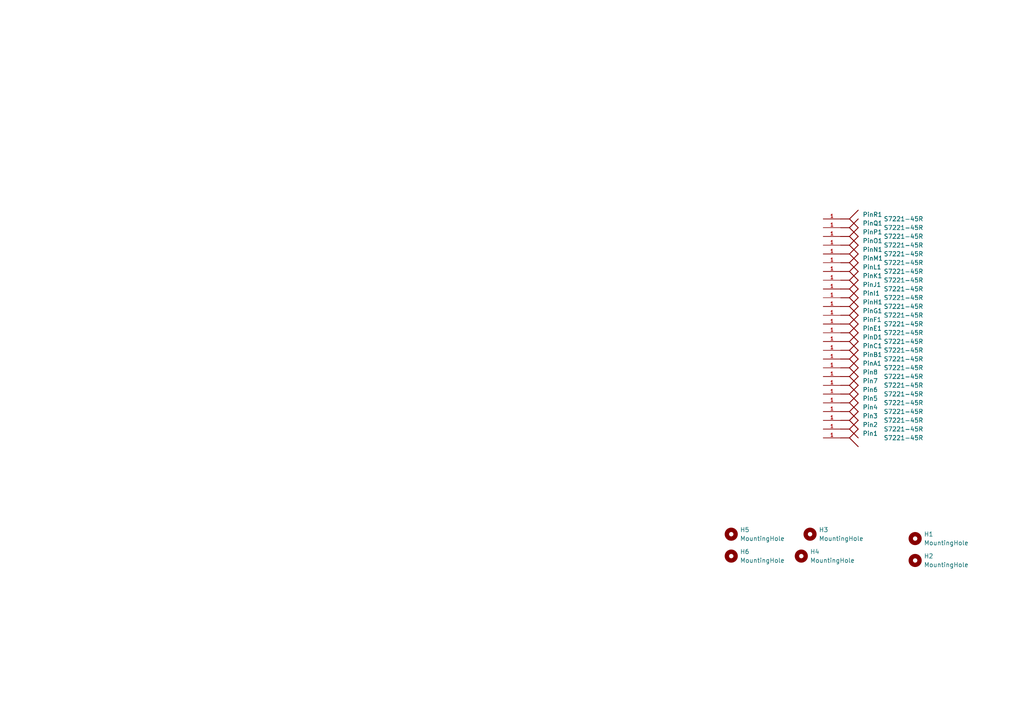
<source format=kicad_sch>
(kicad_sch
	(version 20231120)
	(generator "eeschema")
	(generator_version "8.0")
	(uuid "23daf3fb-00e1-4bd2-aa77-3b42450255f7")
	(paper "A4")
	(lib_symbols
		(symbol "Mechanical:MountingHole"
			(pin_names
				(offset 1.016)
			)
			(exclude_from_sim yes)
			(in_bom no)
			(on_board yes)
			(property "Reference" "H"
				(at 0 5.08 0)
				(effects
					(font
						(size 1.27 1.27)
					)
				)
			)
			(property "Value" "MountingHole"
				(at 0 3.175 0)
				(effects
					(font
						(size 1.27 1.27)
					)
				)
			)
			(property "Footprint" ""
				(at 0 0 0)
				(effects
					(font
						(size 1.27 1.27)
					)
					(hide yes)
				)
			)
			(property "Datasheet" "~"
				(at 0 0 0)
				(effects
					(font
						(size 1.27 1.27)
					)
					(hide yes)
				)
			)
			(property "Description" "Mounting Hole without connection"
				(at 0 0 0)
				(effects
					(font
						(size 1.27 1.27)
					)
					(hide yes)
				)
			)
			(property "ki_keywords" "mounting hole"
				(at 0 0 0)
				(effects
					(font
						(size 1.27 1.27)
					)
					(hide yes)
				)
			)
			(property "ki_fp_filters" "MountingHole*"
				(at 0 0 0)
				(effects
					(font
						(size 1.27 1.27)
					)
					(hide yes)
				)
			)
			(symbol "MountingHole_0_1"
				(circle
					(center 0 0)
					(radius 1.27)
					(stroke
						(width 1.27)
						(type default)
					)
					(fill
						(type none)
					)
				)
			)
		)
		(symbol "S7221-45R:S7221-45R"
			(pin_names
				(offset 1.016)
			)
			(exclude_from_sim no)
			(in_bom yes)
			(on_board yes)
			(property "Reference" "J"
				(at 0 2.5449 0)
				(effects
					(font
						(size 1.27 1.27)
					)
					(justify left bottom)
				)
			)
			(property "Value" "S7221-45R"
				(at 0 -5.107 0)
				(effects
					(font
						(size 1.27 1.27)
					)
					(justify left bottom)
				)
			)
			(property "Footprint" "S7221-45R:HARWIN_S7221-45R"
				(at 0 0 0)
				(effects
					(font
						(size 1.27 1.27)
					)
					(justify bottom)
					(hide yes)
				)
			)
			(property "Datasheet" ""
				(at 0 0 0)
				(effects
					(font
						(size 1.27 1.27)
					)
					(hide yes)
				)
			)
			(property "Description" ""
				(at 0 0 0)
				(effects
					(font
						(size 1.27 1.27)
					)
					(hide yes)
				)
			)
			(property "MF" "Harwin"
				(at 0 0 0)
				(effects
					(font
						(size 1.27 1.27)
					)
					(justify bottom)
					(hide yes)
				)
			)
			(property "Description_1" "RFI SHIELD FINGER AU 1.23MM SMD"
				(at 0 0 0)
				(effects
					(font
						(size 1.27 1.27)
					)
					(justify bottom)
					(hide yes)
				)
			)
			(property "Package" "None"
				(at 0 0 0)
				(effects
					(font
						(size 1.27 1.27)
					)
					(justify bottom)
					(hide yes)
				)
			)
			(property "Price" "0.22 USD"
				(at 0 0 0)
				(effects
					(font
						(size 1.27 1.27)
					)
					(justify bottom)
					(hide yes)
				)
			)
			(property "MP" "S7221-45R"
				(at 0 0 0)
				(effects
					(font
						(size 1.27 1.27)
					)
					(justify bottom)
					(hide yes)
				)
			)
			(property "Availability" "Good"
				(at 0 0 0)
				(effects
					(font
						(size 1.27 1.27)
					)
					(justify bottom)
					(hide yes)
				)
			)
			(symbol "S7221-45R_0_0"
				(polyline
					(pts
						(xy 0 0) (xy -2.54 -2.54)
					)
					(stroke
						(width 0.254)
						(type default)
					)
					(fill
						(type none)
					)
				)
				(polyline
					(pts
						(xy 0 0) (xy -2.54 2.54)
					)
					(stroke
						(width 0.254)
						(type default)
					)
					(fill
						(type none)
					)
				)
				(polyline
					(pts
						(xy 2.54 0) (xy 0 0)
					)
					(stroke
						(width 0.254)
						(type default)
					)
					(fill
						(type none)
					)
				)
				(pin passive line
					(at 7.62 0 180)
					(length 5.08)
					(name "~"
						(effects
							(font
								(size 1.016 1.016)
							)
						)
					)
					(number "1"
						(effects
							(font
								(size 1.016 1.016)
							)
						)
					)
				)
			)
		)
	)
	(symbol
		(lib_id "S7221-45R:S7221-45R")
		(at 246.38 96.52 180)
		(unit 1)
		(exclude_from_sim no)
		(in_bom yes)
		(on_board yes)
		(dnp no)
		(uuid "08cd4049-5d04-4e5a-847c-4cb8c5670149")
		(property "Reference" "PinE1"
			(at 250.19 95.2499 0)
			(effects
				(font
					(size 1.27 1.27)
				)
				(justify right)
			)
		)
		(property "Value" "S7221-45R"
			(at 256.286 96.52 0)
			(effects
				(font
					(size 1.27 1.27)
				)
				(justify right)
			)
		)
		(property "Footprint" "S7221_45R:HARWIN_S7221-45R"
			(at 246.38 96.52 0)
			(effects
				(font
					(size 1.27 1.27)
				)
				(justify bottom)
				(hide yes)
			)
		)
		(property "Datasheet" ""
			(at 246.38 96.52 0)
			(effects
				(font
					(size 1.27 1.27)
				)
				(hide yes)
			)
		)
		(property "Description" ""
			(at 246.38 96.52 0)
			(effects
				(font
					(size 1.27 1.27)
				)
				(hide yes)
			)
		)
		(property "MF" "Harwin"
			(at 246.38 96.52 0)
			(effects
				(font
					(size 1.27 1.27)
				)
				(justify bottom)
				(hide yes)
			)
		)
		(property "Description_1" "RFI SHIELD FINGER AU 1.23MM SMD"
			(at 246.38 96.52 0)
			(effects
				(font
					(size 1.27 1.27)
				)
				(justify bottom)
				(hide yes)
			)
		)
		(property "Package" "None"
			(at 246.38 96.52 0)
			(effects
				(font
					(size 1.27 1.27)
				)
				(justify bottom)
				(hide yes)
			)
		)
		(property "Price" "0.22 USD"
			(at 246.38 96.52 0)
			(effects
				(font
					(size 1.27 1.27)
				)
				(justify bottom)
				(hide yes)
			)
		)
		(property "MP" "S7221-45R"
			(at 246.38 96.52 0)
			(effects
				(font
					(size 1.27 1.27)
				)
				(justify bottom)
				(hide yes)
			)
		)
		(property "Availability" "Good"
			(at 246.38 96.52 0)
			(effects
				(font
					(size 1.27 1.27)
				)
				(justify bottom)
				(hide yes)
			)
		)
		(pin "1"
			(uuid "e90b91d1-70df-4c84-9b23-a61227fcf5ca")
		)
		(instances
			(project "MatchBox v0.3"
				(path "/23daf3fb-00e1-4bd2-aa77-3b42450255f7"
					(reference "PinE1")
					(unit 1)
				)
			)
		)
	)
	(symbol
		(lib_id "S7221-45R:S7221-45R")
		(at 246.38 81.28 180)
		(unit 1)
		(exclude_from_sim no)
		(in_bom yes)
		(on_board yes)
		(dnp no)
		(uuid "1b54acb5-cc71-419e-b72e-395a780c50e7")
		(property "Reference" "PinK1"
			(at 250.19 80.0099 0)
			(effects
				(font
					(size 1.27 1.27)
				)
				(justify right)
			)
		)
		(property "Value" "S7221-45R"
			(at 256.286 81.28 0)
			(effects
				(font
					(size 1.27 1.27)
				)
				(justify right)
			)
		)
		(property "Footprint" "S7221_45R:HARWIN_S7221-45R"
			(at 246.38 81.28 0)
			(effects
				(font
					(size 1.27 1.27)
				)
				(justify bottom)
				(hide yes)
			)
		)
		(property "Datasheet" ""
			(at 246.38 81.28 0)
			(effects
				(font
					(size 1.27 1.27)
				)
				(hide yes)
			)
		)
		(property "Description" ""
			(at 246.38 81.28 0)
			(effects
				(font
					(size 1.27 1.27)
				)
				(hide yes)
			)
		)
		(property "MF" "Harwin"
			(at 246.38 81.28 0)
			(effects
				(font
					(size 1.27 1.27)
				)
				(justify bottom)
				(hide yes)
			)
		)
		(property "Description_1" "RFI SHIELD FINGER AU 1.23MM SMD"
			(at 246.38 81.28 0)
			(effects
				(font
					(size 1.27 1.27)
				)
				(justify bottom)
				(hide yes)
			)
		)
		(property "Package" "None"
			(at 246.38 81.28 0)
			(effects
				(font
					(size 1.27 1.27)
				)
				(justify bottom)
				(hide yes)
			)
		)
		(property "Price" "0.22 USD"
			(at 246.38 81.28 0)
			(effects
				(font
					(size 1.27 1.27)
				)
				(justify bottom)
				(hide yes)
			)
		)
		(property "MP" "S7221-45R"
			(at 246.38 81.28 0)
			(effects
				(font
					(size 1.27 1.27)
				)
				(justify bottom)
				(hide yes)
			)
		)
		(property "Availability" "Good"
			(at 246.38 81.28 0)
			(effects
				(font
					(size 1.27 1.27)
				)
				(justify bottom)
				(hide yes)
			)
		)
		(pin "1"
			(uuid "dc80e8c8-1b2e-48ee-9257-f72758581233")
		)
		(instances
			(project "MatchBox v0.3"
				(path "/23daf3fb-00e1-4bd2-aa77-3b42450255f7"
					(reference "PinK1")
					(unit 1)
				)
			)
		)
	)
	(symbol
		(lib_id "S7221-45R:S7221-45R")
		(at 246.38 63.5 180)
		(unit 1)
		(exclude_from_sim no)
		(in_bom yes)
		(on_board yes)
		(dnp no)
		(uuid "206c0622-1be0-4737-afce-a41099a3cae0")
		(property "Reference" "PinR1"
			(at 250.19 62.2299 0)
			(effects
				(font
					(size 1.27 1.27)
				)
				(justify right)
			)
		)
		(property "Value" "S7221-45R"
			(at 256.286 63.5 0)
			(effects
				(font
					(size 1.27 1.27)
				)
				(justify right)
			)
		)
		(property "Footprint" "S7221_45R:HARWIN_S7221-45R"
			(at 246.38 63.5 0)
			(effects
				(font
					(size 1.27 1.27)
				)
				(justify bottom)
				(hide yes)
			)
		)
		(property "Datasheet" ""
			(at 246.38 63.5 0)
			(effects
				(font
					(size 1.27 1.27)
				)
				(hide yes)
			)
		)
		(property "Description" ""
			(at 246.38 63.5 0)
			(effects
				(font
					(size 1.27 1.27)
				)
				(hide yes)
			)
		)
		(property "MF" "Harwin"
			(at 246.38 63.5 0)
			(effects
				(font
					(size 1.27 1.27)
				)
				(justify bottom)
				(hide yes)
			)
		)
		(property "Description_1" "RFI SHIELD FINGER AU 1.23MM SMD"
			(at 246.38 63.5 0)
			(effects
				(font
					(size 1.27 1.27)
				)
				(justify bottom)
				(hide yes)
			)
		)
		(property "Package" "None"
			(at 246.38 63.5 0)
			(effects
				(font
					(size 1.27 1.27)
				)
				(justify bottom)
				(hide yes)
			)
		)
		(property "Price" "0.22 USD"
			(at 246.38 63.5 0)
			(effects
				(font
					(size 1.27 1.27)
				)
				(justify bottom)
				(hide yes)
			)
		)
		(property "MP" "S7221-45R"
			(at 246.38 63.5 0)
			(effects
				(font
					(size 1.27 1.27)
				)
				(justify bottom)
				(hide yes)
			)
		)
		(property "Availability" "Good"
			(at 246.38 63.5 0)
			(effects
				(font
					(size 1.27 1.27)
				)
				(justify bottom)
				(hide yes)
			)
		)
		(pin "1"
			(uuid "4efb497a-44ab-48d3-b9eb-ef38622ffa2e")
		)
		(instances
			(project "MatchBox v0.3"
				(path "/23daf3fb-00e1-4bd2-aa77-3b42450255f7"
					(reference "PinR1")
					(unit 1)
				)
			)
		)
	)
	(symbol
		(lib_id "S7221-45R:S7221-45R")
		(at 246.38 88.9 180)
		(unit 1)
		(exclude_from_sim no)
		(in_bom yes)
		(on_board yes)
		(dnp no)
		(uuid "3600304e-dfce-4583-bbe6-68e680002629")
		(property "Reference" "PinH1"
			(at 250.19 87.6299 0)
			(effects
				(font
					(size 1.27 1.27)
				)
				(justify right)
			)
		)
		(property "Value" "S7221-45R"
			(at 256.286 88.9 0)
			(effects
				(font
					(size 1.27 1.27)
				)
				(justify right)
			)
		)
		(property "Footprint" "S7221_45R:HARWIN_S7221-45R"
			(at 246.38 88.9 0)
			(effects
				(font
					(size 1.27 1.27)
				)
				(justify bottom)
				(hide yes)
			)
		)
		(property "Datasheet" ""
			(at 246.38 88.9 0)
			(effects
				(font
					(size 1.27 1.27)
				)
				(hide yes)
			)
		)
		(property "Description" ""
			(at 246.38 88.9 0)
			(effects
				(font
					(size 1.27 1.27)
				)
				(hide yes)
			)
		)
		(property "MF" "Harwin"
			(at 246.38 88.9 0)
			(effects
				(font
					(size 1.27 1.27)
				)
				(justify bottom)
				(hide yes)
			)
		)
		(property "Description_1" "RFI SHIELD FINGER AU 1.23MM SMD"
			(at 246.38 88.9 0)
			(effects
				(font
					(size 1.27 1.27)
				)
				(justify bottom)
				(hide yes)
			)
		)
		(property "Package" "None"
			(at 246.38 88.9 0)
			(effects
				(font
					(size 1.27 1.27)
				)
				(justify bottom)
				(hide yes)
			)
		)
		(property "Price" "0.22 USD"
			(at 246.38 88.9 0)
			(effects
				(font
					(size 1.27 1.27)
				)
				(justify bottom)
				(hide yes)
			)
		)
		(property "MP" "S7221-45R"
			(at 246.38 88.9 0)
			(effects
				(font
					(size 1.27 1.27)
				)
				(justify bottom)
				(hide yes)
			)
		)
		(property "Availability" "Good"
			(at 246.38 88.9 0)
			(effects
				(font
					(size 1.27 1.27)
				)
				(justify bottom)
				(hide yes)
			)
		)
		(pin "1"
			(uuid "2899ad21-cc00-4556-b981-f09c2eb1a567")
		)
		(instances
			(project "MatchBox v0.3"
				(path "/23daf3fb-00e1-4bd2-aa77-3b42450255f7"
					(reference "PinH1")
					(unit 1)
				)
			)
		)
	)
	(symbol
		(lib_id "S7221-45R:S7221-45R")
		(at 246.38 109.22 180)
		(unit 1)
		(exclude_from_sim no)
		(in_bom yes)
		(on_board yes)
		(dnp no)
		(uuid "44d277ef-d530-4ee2-ad3a-f5b38741d12d")
		(property "Reference" "Pin8"
			(at 250.19 107.9499 0)
			(effects
				(font
					(size 1.27 1.27)
				)
				(justify right)
			)
		)
		(property "Value" "S7221-45R"
			(at 256.286 109.22 0)
			(effects
				(font
					(size 1.27 1.27)
				)
				(justify right)
			)
		)
		(property "Footprint" "S7221_45R:HARWIN_S7221-45R"
			(at 246.38 109.22 0)
			(effects
				(font
					(size 1.27 1.27)
				)
				(justify bottom)
				(hide yes)
			)
		)
		(property "Datasheet" ""
			(at 246.38 109.22 0)
			(effects
				(font
					(size 1.27 1.27)
				)
				(hide yes)
			)
		)
		(property "Description" ""
			(at 246.38 109.22 0)
			(effects
				(font
					(size 1.27 1.27)
				)
				(hide yes)
			)
		)
		(property "MF" "Harwin"
			(at 246.38 109.22 0)
			(effects
				(font
					(size 1.27 1.27)
				)
				(justify bottom)
				(hide yes)
			)
		)
		(property "Description_1" "RFI SHIELD FINGER AU 1.23MM SMD"
			(at 246.38 109.22 0)
			(effects
				(font
					(size 1.27 1.27)
				)
				(justify bottom)
				(hide yes)
			)
		)
		(property "Package" "None"
			(at 246.38 109.22 0)
			(effects
				(font
					(size 1.27 1.27)
				)
				(justify bottom)
				(hide yes)
			)
		)
		(property "Price" "0.22 USD"
			(at 246.38 109.22 0)
			(effects
				(font
					(size 1.27 1.27)
				)
				(justify bottom)
				(hide yes)
			)
		)
		(property "MP" "S7221-45R"
			(at 246.38 109.22 0)
			(effects
				(font
					(size 1.27 1.27)
				)
				(justify bottom)
				(hide yes)
			)
		)
		(property "Availability" "Good"
			(at 246.38 109.22 0)
			(effects
				(font
					(size 1.27 1.27)
				)
				(justify bottom)
				(hide yes)
			)
		)
		(pin "1"
			(uuid "cdb07b07-9a7e-4619-b7e0-bab0285e5bc6")
		)
		(instances
			(project "MatchBox v0.3"
				(path "/23daf3fb-00e1-4bd2-aa77-3b42450255f7"
					(reference "Pin8")
					(unit 1)
				)
			)
		)
	)
	(symbol
		(lib_id "S7221-45R:S7221-45R")
		(at 246.38 111.76 180)
		(unit 1)
		(exclude_from_sim no)
		(in_bom yes)
		(on_board yes)
		(dnp no)
		(uuid "4e16d3f8-28ec-4874-992e-f70d83c23c65")
		(property "Reference" "Pin7"
			(at 250.19 110.4899 0)
			(effects
				(font
					(size 1.27 1.27)
				)
				(justify right)
			)
		)
		(property "Value" "S7221-45R"
			(at 256.286 111.76 0)
			(effects
				(font
					(size 1.27 1.27)
				)
				(justify right)
			)
		)
		(property "Footprint" "S7221_45R:HARWIN_S7221-45R"
			(at 246.38 111.76 0)
			(effects
				(font
					(size 1.27 1.27)
				)
				(justify bottom)
				(hide yes)
			)
		)
		(property "Datasheet" ""
			(at 246.38 111.76 0)
			(effects
				(font
					(size 1.27 1.27)
				)
				(hide yes)
			)
		)
		(property "Description" ""
			(at 246.38 111.76 0)
			(effects
				(font
					(size 1.27 1.27)
				)
				(hide yes)
			)
		)
		(property "MF" "Harwin"
			(at 246.38 111.76 0)
			(effects
				(font
					(size 1.27 1.27)
				)
				(justify bottom)
				(hide yes)
			)
		)
		(property "Description_1" "RFI SHIELD FINGER AU 1.23MM SMD"
			(at 246.38 111.76 0)
			(effects
				(font
					(size 1.27 1.27)
				)
				(justify bottom)
				(hide yes)
			)
		)
		(property "Package" "None"
			(at 246.38 111.76 0)
			(effects
				(font
					(size 1.27 1.27)
				)
				(justify bottom)
				(hide yes)
			)
		)
		(property "Price" "0.22 USD"
			(at 246.38 111.76 0)
			(effects
				(font
					(size 1.27 1.27)
				)
				(justify bottom)
				(hide yes)
			)
		)
		(property "MP" "S7221-45R"
			(at 246.38 111.76 0)
			(effects
				(font
					(size 1.27 1.27)
				)
				(justify bottom)
				(hide yes)
			)
		)
		(property "Availability" "Good"
			(at 246.38 111.76 0)
			(effects
				(font
					(size 1.27 1.27)
				)
				(justify bottom)
				(hide yes)
			)
		)
		(pin "1"
			(uuid "e70e80d4-e475-4ad8-8534-aae3b64c7922")
		)
		(instances
			(project "MatchBox v0.3"
				(path "/23daf3fb-00e1-4bd2-aa77-3b42450255f7"
					(reference "Pin7")
					(unit 1)
				)
			)
		)
	)
	(symbol
		(lib_id "S7221-45R:S7221-45R")
		(at 246.38 93.98 180)
		(unit 1)
		(exclude_from_sim no)
		(in_bom yes)
		(on_board yes)
		(dnp no)
		(uuid "5b684323-4e0e-43bc-9413-fabb97d29ebf")
		(property "Reference" "PinF1"
			(at 250.19 92.7099 0)
			(effects
				(font
					(size 1.27 1.27)
				)
				(justify right)
			)
		)
		(property "Value" "S7221-45R"
			(at 256.286 93.98 0)
			(effects
				(font
					(size 1.27 1.27)
				)
				(justify right)
			)
		)
		(property "Footprint" "S7221_45R:HARWIN_S7221-45R"
			(at 246.38 93.98 0)
			(effects
				(font
					(size 1.27 1.27)
				)
				(justify bottom)
				(hide yes)
			)
		)
		(property "Datasheet" ""
			(at 246.38 93.98 0)
			(effects
				(font
					(size 1.27 1.27)
				)
				(hide yes)
			)
		)
		(property "Description" ""
			(at 246.38 93.98 0)
			(effects
				(font
					(size 1.27 1.27)
				)
				(hide yes)
			)
		)
		(property "MF" "Harwin"
			(at 246.38 93.98 0)
			(effects
				(font
					(size 1.27 1.27)
				)
				(justify bottom)
				(hide yes)
			)
		)
		(property "Description_1" "RFI SHIELD FINGER AU 1.23MM SMD"
			(at 246.38 93.98 0)
			(effects
				(font
					(size 1.27 1.27)
				)
				(justify bottom)
				(hide yes)
			)
		)
		(property "Package" "None"
			(at 246.38 93.98 0)
			(effects
				(font
					(size 1.27 1.27)
				)
				(justify bottom)
				(hide yes)
			)
		)
		(property "Price" "0.22 USD"
			(at 246.38 93.98 0)
			(effects
				(font
					(size 1.27 1.27)
				)
				(justify bottom)
				(hide yes)
			)
		)
		(property "MP" "S7221-45R"
			(at 246.38 93.98 0)
			(effects
				(font
					(size 1.27 1.27)
				)
				(justify bottom)
				(hide yes)
			)
		)
		(property "Availability" "Good"
			(at 246.38 93.98 0)
			(effects
				(font
					(size 1.27 1.27)
				)
				(justify bottom)
				(hide yes)
			)
		)
		(pin "1"
			(uuid "8f75c676-91c2-44ba-9910-13ead079a928")
		)
		(instances
			(project "MatchBox v0.3"
				(path "/23daf3fb-00e1-4bd2-aa77-3b42450255f7"
					(reference "PinF1")
					(unit 1)
				)
			)
		)
	)
	(symbol
		(lib_id "S7221-45R:S7221-45R")
		(at 246.38 116.84 180)
		(unit 1)
		(exclude_from_sim no)
		(in_bom yes)
		(on_board yes)
		(dnp no)
		(uuid "672a5d12-ba7e-45a7-ba10-cc634dbadda2")
		(property "Reference" "Pin5"
			(at 250.19 115.5699 0)
			(effects
				(font
					(size 1.27 1.27)
				)
				(justify right)
			)
		)
		(property "Value" "S7221-45R"
			(at 256.286 116.84 0)
			(effects
				(font
					(size 1.27 1.27)
				)
				(justify right)
			)
		)
		(property "Footprint" "S7221_45R:HARWIN_S7221-45R"
			(at 246.38 116.84 0)
			(effects
				(font
					(size 1.27 1.27)
				)
				(justify bottom)
				(hide yes)
			)
		)
		(property "Datasheet" ""
			(at 246.38 116.84 0)
			(effects
				(font
					(size 1.27 1.27)
				)
				(hide yes)
			)
		)
		(property "Description" ""
			(at 246.38 116.84 0)
			(effects
				(font
					(size 1.27 1.27)
				)
				(hide yes)
			)
		)
		(property "MF" "Harwin"
			(at 246.38 116.84 0)
			(effects
				(font
					(size 1.27 1.27)
				)
				(justify bottom)
				(hide yes)
			)
		)
		(property "Description_1" "RFI SHIELD FINGER AU 1.23MM SMD"
			(at 246.38 116.84 0)
			(effects
				(font
					(size 1.27 1.27)
				)
				(justify bottom)
				(hide yes)
			)
		)
		(property "Package" "None"
			(at 246.38 116.84 0)
			(effects
				(font
					(size 1.27 1.27)
				)
				(justify bottom)
				(hide yes)
			)
		)
		(property "Price" "0.22 USD"
			(at 246.38 116.84 0)
			(effects
				(font
					(size 1.27 1.27)
				)
				(justify bottom)
				(hide yes)
			)
		)
		(property "MP" "S7221-45R"
			(at 246.38 116.84 0)
			(effects
				(font
					(size 1.27 1.27)
				)
				(justify bottom)
				(hide yes)
			)
		)
		(property "Availability" "Good"
			(at 246.38 116.84 0)
			(effects
				(font
					(size 1.27 1.27)
				)
				(justify bottom)
				(hide yes)
			)
		)
		(pin "1"
			(uuid "74503e25-514e-481c-8b81-ca383f8df583")
		)
		(instances
			(project "MatchBox v0.3"
				(path "/23daf3fb-00e1-4bd2-aa77-3b42450255f7"
					(reference "Pin5")
					(unit 1)
				)
			)
		)
	)
	(symbol
		(lib_id "S7221-45R:S7221-45R")
		(at 246.38 73.66 180)
		(unit 1)
		(exclude_from_sim no)
		(in_bom yes)
		(on_board yes)
		(dnp no)
		(uuid "7633ce0a-6863-4499-8497-ff476f761f46")
		(property "Reference" "PinN1"
			(at 250.19 72.3899 0)
			(effects
				(font
					(size 1.27 1.27)
				)
				(justify right)
			)
		)
		(property "Value" "S7221-45R"
			(at 256.286 73.66 0)
			(effects
				(font
					(size 1.27 1.27)
				)
				(justify right)
			)
		)
		(property "Footprint" "S7221_45R:HARWIN_S7221-45R"
			(at 246.38 73.66 0)
			(effects
				(font
					(size 1.27 1.27)
				)
				(justify bottom)
				(hide yes)
			)
		)
		(property "Datasheet" ""
			(at 246.38 73.66 0)
			(effects
				(font
					(size 1.27 1.27)
				)
				(hide yes)
			)
		)
		(property "Description" ""
			(at 246.38 73.66 0)
			(effects
				(font
					(size 1.27 1.27)
				)
				(hide yes)
			)
		)
		(property "MF" "Harwin"
			(at 246.38 73.66 0)
			(effects
				(font
					(size 1.27 1.27)
				)
				(justify bottom)
				(hide yes)
			)
		)
		(property "Description_1" "RFI SHIELD FINGER AU 1.23MM SMD"
			(at 246.38 73.66 0)
			(effects
				(font
					(size 1.27 1.27)
				)
				(justify bottom)
				(hide yes)
			)
		)
		(property "Package" "None"
			(at 246.38 73.66 0)
			(effects
				(font
					(size 1.27 1.27)
				)
				(justify bottom)
				(hide yes)
			)
		)
		(property "Price" "0.22 USD"
			(at 246.38 73.66 0)
			(effects
				(font
					(size 1.27 1.27)
				)
				(justify bottom)
				(hide yes)
			)
		)
		(property "MP" "S7221-45R"
			(at 246.38 73.66 0)
			(effects
				(font
					(size 1.27 1.27)
				)
				(justify bottom)
				(hide yes)
			)
		)
		(property "Availability" "Good"
			(at 246.38 73.66 0)
			(effects
				(font
					(size 1.27 1.27)
				)
				(justify bottom)
				(hide yes)
			)
		)
		(pin "1"
			(uuid "fbade595-3fed-42ed-9cf3-098138869662")
		)
		(instances
			(project "MatchBox v0.3"
				(path "/23daf3fb-00e1-4bd2-aa77-3b42450255f7"
					(reference "PinN1")
					(unit 1)
				)
			)
		)
	)
	(symbol
		(lib_id "S7221-45R:S7221-45R")
		(at 246.38 121.92 180)
		(unit 1)
		(exclude_from_sim no)
		(in_bom yes)
		(on_board yes)
		(dnp no)
		(uuid "7a4fc4a8-bf29-4f1d-b230-2cb4686380c7")
		(property "Reference" "Pin3"
			(at 250.19 120.6499 0)
			(effects
				(font
					(size 1.27 1.27)
				)
				(justify right)
			)
		)
		(property "Value" "S7221-45R"
			(at 256.286 121.92 0)
			(effects
				(font
					(size 1.27 1.27)
				)
				(justify right)
			)
		)
		(property "Footprint" "S7221_45R:HARWIN_S7221-45R"
			(at 246.38 121.92 0)
			(effects
				(font
					(size 1.27 1.27)
				)
				(justify bottom)
				(hide yes)
			)
		)
		(property "Datasheet" ""
			(at 246.38 121.92 0)
			(effects
				(font
					(size 1.27 1.27)
				)
				(hide yes)
			)
		)
		(property "Description" ""
			(at 246.38 121.92 0)
			(effects
				(font
					(size 1.27 1.27)
				)
				(hide yes)
			)
		)
		(property "MF" "Harwin"
			(at 246.38 121.92 0)
			(effects
				(font
					(size 1.27 1.27)
				)
				(justify bottom)
				(hide yes)
			)
		)
		(property "Description_1" "RFI SHIELD FINGER AU 1.23MM SMD"
			(at 246.38 121.92 0)
			(effects
				(font
					(size 1.27 1.27)
				)
				(justify bottom)
				(hide yes)
			)
		)
		(property "Package" "None"
			(at 246.38 121.92 0)
			(effects
				(font
					(size 1.27 1.27)
				)
				(justify bottom)
				(hide yes)
			)
		)
		(property "Price" "0.22 USD"
			(at 246.38 121.92 0)
			(effects
				(font
					(size 1.27 1.27)
				)
				(justify bottom)
				(hide yes)
			)
		)
		(property "MP" "S7221-45R"
			(at 246.38 121.92 0)
			(effects
				(font
					(size 1.27 1.27)
				)
				(justify bottom)
				(hide yes)
			)
		)
		(property "Availability" "Good"
			(at 246.38 121.92 0)
			(effects
				(font
					(size 1.27 1.27)
				)
				(justify bottom)
				(hide yes)
			)
		)
		(pin "1"
			(uuid "db0f45a3-abe5-4833-ad67-8d2669ea2e92")
		)
		(instances
			(project "MatchBox v0.3"
				(path "/23daf3fb-00e1-4bd2-aa77-3b42450255f7"
					(reference "Pin3")
					(unit 1)
				)
			)
		)
	)
	(symbol
		(lib_id "Mechanical:MountingHole")
		(at 265.43 156.21 0)
		(unit 1)
		(exclude_from_sim yes)
		(in_bom no)
		(on_board yes)
		(dnp no)
		(fields_autoplaced yes)
		(uuid "7e288b6f-0842-4282-bf48-9cb22fdffd72")
		(property "Reference" "H1"
			(at 267.97 154.9399 0)
			(effects
				(font
					(size 1.27 1.27)
				)
				(justify left)
			)
		)
		(property "Value" "MountingHole"
			(at 267.97 157.4799 0)
			(effects
				(font
					(size 1.27 1.27)
				)
				(justify left)
			)
		)
		(property "Footprint" "MountingHole:MountingHole_3.7mm"
			(at 265.43 156.21 0)
			(effects
				(font
					(size 1.27 1.27)
				)
				(hide yes)
			)
		)
		(property "Datasheet" "~"
			(at 265.43 156.21 0)
			(effects
				(font
					(size 1.27 1.27)
				)
				(hide yes)
			)
		)
		(property "Description" "Mounting Hole without connection"
			(at 265.43 156.21 0)
			(effects
				(font
					(size 1.27 1.27)
				)
				(hide yes)
			)
		)
		(instances
			(project "MatchBox v0.3"
				(path "/23daf3fb-00e1-4bd2-aa77-3b42450255f7"
					(reference "H1")
					(unit 1)
				)
			)
		)
	)
	(symbol
		(lib_id "S7221-45R:S7221-45R")
		(at 246.38 101.6 180)
		(unit 1)
		(exclude_from_sim no)
		(in_bom yes)
		(on_board yes)
		(dnp no)
		(uuid "82e65f29-e777-46c1-84ba-ccdbf44157dc")
		(property "Reference" "PinC1"
			(at 250.19 100.3299 0)
			(effects
				(font
					(size 1.27 1.27)
				)
				(justify right)
			)
		)
		(property "Value" "S7221-45R"
			(at 256.286 101.6 0)
			(effects
				(font
					(size 1.27 1.27)
				)
				(justify right)
			)
		)
		(property "Footprint" "S7221_45R:HARWIN_S7221-45R"
			(at 246.38 101.6 0)
			(effects
				(font
					(size 1.27 1.27)
				)
				(justify bottom)
				(hide yes)
			)
		)
		(property "Datasheet" ""
			(at 246.38 101.6 0)
			(effects
				(font
					(size 1.27 1.27)
				)
				(hide yes)
			)
		)
		(property "Description" ""
			(at 246.38 101.6 0)
			(effects
				(font
					(size 1.27 1.27)
				)
				(hide yes)
			)
		)
		(property "MF" "Harwin"
			(at 246.38 101.6 0)
			(effects
				(font
					(size 1.27 1.27)
				)
				(justify bottom)
				(hide yes)
			)
		)
		(property "Description_1" "RFI SHIELD FINGER AU 1.23MM SMD"
			(at 246.38 101.6 0)
			(effects
				(font
					(size 1.27 1.27)
				)
				(justify bottom)
				(hide yes)
			)
		)
		(property "Package" "None"
			(at 246.38 101.6 0)
			(effects
				(font
					(size 1.27 1.27)
				)
				(justify bottom)
				(hide yes)
			)
		)
		(property "Price" "0.22 USD"
			(at 246.38 101.6 0)
			(effects
				(font
					(size 1.27 1.27)
				)
				(justify bottom)
				(hide yes)
			)
		)
		(property "MP" "S7221-45R"
			(at 246.38 101.6 0)
			(effects
				(font
					(size 1.27 1.27)
				)
				(justify bottom)
				(hide yes)
			)
		)
		(property "Availability" "Good"
			(at 246.38 101.6 0)
			(effects
				(font
					(size 1.27 1.27)
				)
				(justify bottom)
				(hide yes)
			)
		)
		(pin "1"
			(uuid "139e7d5d-2331-4869-970c-a48c665704d6")
		)
		(instances
			(project "MatchBox v0.3"
				(path "/23daf3fb-00e1-4bd2-aa77-3b42450255f7"
					(reference "PinC1")
					(unit 1)
				)
			)
		)
	)
	(symbol
		(lib_id "S7221-45R:S7221-45R")
		(at 246.38 78.74 180)
		(unit 1)
		(exclude_from_sim no)
		(in_bom yes)
		(on_board yes)
		(dnp no)
		(uuid "a0d7a72b-d9cc-4566-82d2-010265baa6c5")
		(property "Reference" "PinL1"
			(at 250.19 77.4699 0)
			(effects
				(font
					(size 1.27 1.27)
				)
				(justify right)
			)
		)
		(property "Value" "S7221-45R"
			(at 256.286 78.74 0)
			(effects
				(font
					(size 1.27 1.27)
				)
				(justify right)
			)
		)
		(property "Footprint" "S7221_45R:HARWIN_S7221-45R"
			(at 246.38 78.74 0)
			(effects
				(font
					(size 1.27 1.27)
				)
				(justify bottom)
				(hide yes)
			)
		)
		(property "Datasheet" ""
			(at 246.38 78.74 0)
			(effects
				(font
					(size 1.27 1.27)
				)
				(hide yes)
			)
		)
		(property "Description" ""
			(at 246.38 78.74 0)
			(effects
				(font
					(size 1.27 1.27)
				)
				(hide yes)
			)
		)
		(property "MF" "Harwin"
			(at 246.38 78.74 0)
			(effects
				(font
					(size 1.27 1.27)
				)
				(justify bottom)
				(hide yes)
			)
		)
		(property "Description_1" "RFI SHIELD FINGER AU 1.23MM SMD"
			(at 246.38 78.74 0)
			(effects
				(font
					(size 1.27 1.27)
				)
				(justify bottom)
				(hide yes)
			)
		)
		(property "Package" "None"
			(at 246.38 78.74 0)
			(effects
				(font
					(size 1.27 1.27)
				)
				(justify bottom)
				(hide yes)
			)
		)
		(property "Price" "0.22 USD"
			(at 246.38 78.74 0)
			(effects
				(font
					(size 1.27 1.27)
				)
				(justify bottom)
				(hide yes)
			)
		)
		(property "MP" "S7221-45R"
			(at 246.38 78.74 0)
			(effects
				(font
					(size 1.27 1.27)
				)
				(justify bottom)
				(hide yes)
			)
		)
		(property "Availability" "Good"
			(at 246.38 78.74 0)
			(effects
				(font
					(size 1.27 1.27)
				)
				(justify bottom)
				(hide yes)
			)
		)
		(pin "1"
			(uuid "8b616418-2e1b-42f2-8673-d76a6382eee6")
		)
		(instances
			(project "MatchBox v0.3"
				(path "/23daf3fb-00e1-4bd2-aa77-3b42450255f7"
					(reference "PinL1")
					(unit 1)
				)
			)
		)
	)
	(symbol
		(lib_id "S7221-45R:S7221-45R")
		(at 246.38 104.14 180)
		(unit 1)
		(exclude_from_sim no)
		(in_bom yes)
		(on_board yes)
		(dnp no)
		(uuid "a5d17921-23bd-4a89-a8db-077ee5acf1a7")
		(property "Reference" "PinB1"
			(at 250.19 102.8699 0)
			(effects
				(font
					(size 1.27 1.27)
				)
				(justify right)
			)
		)
		(property "Value" "S7221-45R"
			(at 256.286 104.14 0)
			(effects
				(font
					(size 1.27 1.27)
				)
				(justify right)
			)
		)
		(property "Footprint" "S7221_45R:HARWIN_S7221-45R"
			(at 246.38 104.14 0)
			(effects
				(font
					(size 1.27 1.27)
				)
				(justify bottom)
				(hide yes)
			)
		)
		(property "Datasheet" ""
			(at 246.38 104.14 0)
			(effects
				(font
					(size 1.27 1.27)
				)
				(hide yes)
			)
		)
		(property "Description" ""
			(at 246.38 104.14 0)
			(effects
				(font
					(size 1.27 1.27)
				)
				(hide yes)
			)
		)
		(property "MF" "Harwin"
			(at 246.38 104.14 0)
			(effects
				(font
					(size 1.27 1.27)
				)
				(justify bottom)
				(hide yes)
			)
		)
		(property "Description_1" "RFI SHIELD FINGER AU 1.23MM SMD"
			(at 246.38 104.14 0)
			(effects
				(font
					(size 1.27 1.27)
				)
				(justify bottom)
				(hide yes)
			)
		)
		(property "Package" "None"
			(at 246.38 104.14 0)
			(effects
				(font
					(size 1.27 1.27)
				)
				(justify bottom)
				(hide yes)
			)
		)
		(property "Price" "0.22 USD"
			(at 246.38 104.14 0)
			(effects
				(font
					(size 1.27 1.27)
				)
				(justify bottom)
				(hide yes)
			)
		)
		(property "MP" "S7221-45R"
			(at 246.38 104.14 0)
			(effects
				(font
					(size 1.27 1.27)
				)
				(justify bottom)
				(hide yes)
			)
		)
		(property "Availability" "Good"
			(at 246.38 104.14 0)
			(effects
				(font
					(size 1.27 1.27)
				)
				(justify bottom)
				(hide yes)
			)
		)
		(pin "1"
			(uuid "d66fc9dd-09cb-4256-a268-cff670bdc38a")
		)
		(instances
			(project "MatchBox v0.3"
				(path "/23daf3fb-00e1-4bd2-aa77-3b42450255f7"
					(reference "PinB1")
					(unit 1)
				)
			)
		)
	)
	(symbol
		(lib_id "Mechanical:MountingHole")
		(at 212.09 154.94 0)
		(unit 1)
		(exclude_from_sim yes)
		(in_bom no)
		(on_board yes)
		(dnp no)
		(fields_autoplaced yes)
		(uuid "a7e31194-b567-4a0b-8df3-bc62f1e5530f")
		(property "Reference" "H5"
			(at 214.63 153.6699 0)
			(effects
				(font
					(size 1.27 1.27)
				)
				(justify left)
			)
		)
		(property "Value" "MountingHole"
			(at 214.63 156.2099 0)
			(effects
				(font
					(size 1.27 1.27)
				)
				(justify left)
			)
		)
		(property "Footprint" "MountingHole:MountingHole_3.2mm_M3"
			(at 212.09 154.94 0)
			(effects
				(font
					(size 1.27 1.27)
				)
				(hide yes)
			)
		)
		(property "Datasheet" "~"
			(at 212.09 154.94 0)
			(effects
				(font
					(size 1.27 1.27)
				)
				(hide yes)
			)
		)
		(property "Description" "Mounting Hole without connection"
			(at 212.09 154.94 0)
			(effects
				(font
					(size 1.27 1.27)
				)
				(hide yes)
			)
		)
		(instances
			(project "MatchBox v0.3"
				(path "/23daf3fb-00e1-4bd2-aa77-3b42450255f7"
					(reference "H5")
					(unit 1)
				)
			)
		)
	)
	(symbol
		(lib_id "S7221-45R:S7221-45R")
		(at 246.38 106.68 180)
		(unit 1)
		(exclude_from_sim no)
		(in_bom yes)
		(on_board yes)
		(dnp no)
		(uuid "a92439f4-4537-4a67-bf15-fcdf046a8e95")
		(property "Reference" "PinA1"
			(at 250.19 105.4099 0)
			(effects
				(font
					(size 1.27 1.27)
				)
				(justify right)
			)
		)
		(property "Value" "S7221-45R"
			(at 256.286 106.68 0)
			(effects
				(font
					(size 1.27 1.27)
				)
				(justify right)
			)
		)
		(property "Footprint" "S7221_45R:HARWIN_S7221-45R"
			(at 246.38 106.68 0)
			(effects
				(font
					(size 1.27 1.27)
				)
				(justify bottom)
				(hide yes)
			)
		)
		(property "Datasheet" ""
			(at 246.38 106.68 0)
			(effects
				(font
					(size 1.27 1.27)
				)
				(hide yes)
			)
		)
		(property "Description" ""
			(at 246.38 106.68 0)
			(effects
				(font
					(size 1.27 1.27)
				)
				(hide yes)
			)
		)
		(property "MF" "Harwin"
			(at 246.38 106.68 0)
			(effects
				(font
					(size 1.27 1.27)
				)
				(justify bottom)
				(hide yes)
			)
		)
		(property "Description_1" "RFI SHIELD FINGER AU 1.23MM SMD"
			(at 246.38 106.68 0)
			(effects
				(font
					(size 1.27 1.27)
				)
				(justify bottom)
				(hide yes)
			)
		)
		(property "Package" "None"
			(at 246.38 106.68 0)
			(effects
				(font
					(size 1.27 1.27)
				)
				(justify bottom)
				(hide yes)
			)
		)
		(property "Price" "0.22 USD"
			(at 246.38 106.68 0)
			(effects
				(font
					(size 1.27 1.27)
				)
				(justify bottom)
				(hide yes)
			)
		)
		(property "MP" "S7221-45R"
			(at 246.38 106.68 0)
			(effects
				(font
					(size 1.27 1.27)
				)
				(justify bottom)
				(hide yes)
			)
		)
		(property "Availability" "Good"
			(at 246.38 106.68 0)
			(effects
				(font
					(size 1.27 1.27)
				)
				(justify bottom)
				(hide yes)
			)
		)
		(pin "1"
			(uuid "320ba940-7510-4061-9f69-55b09f868295")
		)
		(instances
			(project "MatchBox v0.3"
				(path "/23daf3fb-00e1-4bd2-aa77-3b42450255f7"
					(reference "PinA1")
					(unit 1)
				)
			)
		)
	)
	(symbol
		(lib_id "Mechanical:MountingHole")
		(at 232.41 161.29 0)
		(unit 1)
		(exclude_from_sim yes)
		(in_bom no)
		(on_board yes)
		(dnp no)
		(fields_autoplaced yes)
		(uuid "aa74a9e5-2a72-4a4b-a6d3-974b29edb23d")
		(property "Reference" "H4"
			(at 234.95 160.0199 0)
			(effects
				(font
					(size 1.27 1.27)
				)
				(justify left)
			)
		)
		(property "Value" "MountingHole"
			(at 234.95 162.5599 0)
			(effects
				(font
					(size 1.27 1.27)
				)
				(justify left)
			)
		)
		(property "Footprint" "MountingHole:MountingHole_3.2mm_M3"
			(at 232.41 161.29 0)
			(effects
				(font
					(size 1.27 1.27)
				)
				(hide yes)
			)
		)
		(property "Datasheet" "~"
			(at 232.41 161.29 0)
			(effects
				(font
					(size 1.27 1.27)
				)
				(hide yes)
			)
		)
		(property "Description" "Mounting Hole without connection"
			(at 232.41 161.29 0)
			(effects
				(font
					(size 1.27 1.27)
				)
				(hide yes)
			)
		)
		(instances
			(project "MatchBox v0.3"
				(path "/23daf3fb-00e1-4bd2-aa77-3b42450255f7"
					(reference "H4")
					(unit 1)
				)
			)
		)
	)
	(symbol
		(lib_id "S7221-45R:S7221-45R")
		(at 246.38 119.38 180)
		(unit 1)
		(exclude_from_sim no)
		(in_bom yes)
		(on_board yes)
		(dnp no)
		(uuid "aef4b2ec-6a79-439c-b794-37f5468b234a")
		(property "Reference" "Pin4"
			(at 250.19 118.1099 0)
			(effects
				(font
					(size 1.27 1.27)
				)
				(justify right)
			)
		)
		(property "Value" "S7221-45R"
			(at 256.286 119.38 0)
			(effects
				(font
					(size 1.27 1.27)
				)
				(justify right)
			)
		)
		(property "Footprint" "S7221_45R:HARWIN_S7221-45R"
			(at 246.38 119.38 0)
			(effects
				(font
					(size 1.27 1.27)
				)
				(justify bottom)
				(hide yes)
			)
		)
		(property "Datasheet" ""
			(at 246.38 119.38 0)
			(effects
				(font
					(size 1.27 1.27)
				)
				(hide yes)
			)
		)
		(property "Description" ""
			(at 246.38 119.38 0)
			(effects
				(font
					(size 1.27 1.27)
				)
				(hide yes)
			)
		)
		(property "MF" "Harwin"
			(at 246.38 119.38 0)
			(effects
				(font
					(size 1.27 1.27)
				)
				(justify bottom)
				(hide yes)
			)
		)
		(property "Description_1" "RFI SHIELD FINGER AU 1.23MM SMD"
			(at 246.38 119.38 0)
			(effects
				(font
					(size 1.27 1.27)
				)
				(justify bottom)
				(hide yes)
			)
		)
		(property "Package" "None"
			(at 246.38 119.38 0)
			(effects
				(font
					(size 1.27 1.27)
				)
				(justify bottom)
				(hide yes)
			)
		)
		(property "Price" "0.22 USD"
			(at 246.38 119.38 0)
			(effects
				(font
					(size 1.27 1.27)
				)
				(justify bottom)
				(hide yes)
			)
		)
		(property "MP" "S7221-45R"
			(at 246.38 119.38 0)
			(effects
				(font
					(size 1.27 1.27)
				)
				(justify bottom)
				(hide yes)
			)
		)
		(property "Availability" "Good"
			(at 246.38 119.38 0)
			(effects
				(font
					(size 1.27 1.27)
				)
				(justify bottom)
				(hide yes)
			)
		)
		(pin "1"
			(uuid "62fbd56a-cbda-496a-a0b9-6176e4023cf2")
		)
		(instances
			(project "MatchBox v0.3"
				(path "/23daf3fb-00e1-4bd2-aa77-3b42450255f7"
					(reference "Pin4")
					(unit 1)
				)
			)
		)
	)
	(symbol
		(lib_id "Mechanical:MountingHole")
		(at 265.43 162.56 0)
		(unit 1)
		(exclude_from_sim yes)
		(in_bom no)
		(on_board yes)
		(dnp no)
		(fields_autoplaced yes)
		(uuid "b05fbfef-b6dc-479c-b613-68f8356b0b52")
		(property "Reference" "H2"
			(at 267.97 161.2899 0)
			(effects
				(font
					(size 1.27 1.27)
				)
				(justify left)
			)
		)
		(property "Value" "MountingHole"
			(at 267.97 163.8299 0)
			(effects
				(font
					(size 1.27 1.27)
				)
				(justify left)
			)
		)
		(property "Footprint" "MountingHole:MountingHole_3.7mm"
			(at 265.43 162.56 0)
			(effects
				(font
					(size 1.27 1.27)
				)
				(hide yes)
			)
		)
		(property "Datasheet" "~"
			(at 265.43 162.56 0)
			(effects
				(font
					(size 1.27 1.27)
				)
				(hide yes)
			)
		)
		(property "Description" "Mounting Hole without connection"
			(at 265.43 162.56 0)
			(effects
				(font
					(size 1.27 1.27)
				)
				(hide yes)
			)
		)
		(instances
			(project "MatchBox v0.3"
				(path "/23daf3fb-00e1-4bd2-aa77-3b42450255f7"
					(reference "H2")
					(unit 1)
				)
			)
		)
	)
	(symbol
		(lib_id "S7221-45R:S7221-45R")
		(at 246.38 66.04 180)
		(unit 1)
		(exclude_from_sim no)
		(in_bom yes)
		(on_board yes)
		(dnp no)
		(uuid "b585c625-0f91-44e9-9a17-a8c43058443d")
		(property "Reference" "PinQ1"
			(at 250.19 64.7699 0)
			(effects
				(font
					(size 1.27 1.27)
				)
				(justify right)
			)
		)
		(property "Value" "S7221-45R"
			(at 256.286 66.04 0)
			(effects
				(font
					(size 1.27 1.27)
				)
				(justify right)
			)
		)
		(property "Footprint" "S7221_45R:HARWIN_S7221-45R"
			(at 246.38 66.04 0)
			(effects
				(font
					(size 1.27 1.27)
				)
				(justify bottom)
				(hide yes)
			)
		)
		(property "Datasheet" ""
			(at 246.38 66.04 0)
			(effects
				(font
					(size 1.27 1.27)
				)
				(hide yes)
			)
		)
		(property "Description" ""
			(at 246.38 66.04 0)
			(effects
				(font
					(size 1.27 1.27)
				)
				(hide yes)
			)
		)
		(property "MF" "Harwin"
			(at 246.38 66.04 0)
			(effects
				(font
					(size 1.27 1.27)
				)
				(justify bottom)
				(hide yes)
			)
		)
		(property "Description_1" "RFI SHIELD FINGER AU 1.23MM SMD"
			(at 246.38 66.04 0)
			(effects
				(font
					(size 1.27 1.27)
				)
				(justify bottom)
				(hide yes)
			)
		)
		(property "Package" "None"
			(at 246.38 66.04 0)
			(effects
				(font
					(size 1.27 1.27)
				)
				(justify bottom)
				(hide yes)
			)
		)
		(property "Price" "0.22 USD"
			(at 246.38 66.04 0)
			(effects
				(font
					(size 1.27 1.27)
				)
				(justify bottom)
				(hide yes)
			)
		)
		(property "MP" "S7221-45R"
			(at 246.38 66.04 0)
			(effects
				(font
					(size 1.27 1.27)
				)
				(justify bottom)
				(hide yes)
			)
		)
		(property "Availability" "Good"
			(at 246.38 66.04 0)
			(effects
				(font
					(size 1.27 1.27)
				)
				(justify bottom)
				(hide yes)
			)
		)
		(pin "1"
			(uuid "ccde966f-da5f-40b9-ab9f-95673341a098")
		)
		(instances
			(project "MatchBox v0.3"
				(path "/23daf3fb-00e1-4bd2-aa77-3b42450255f7"
					(reference "PinQ1")
					(unit 1)
				)
			)
		)
	)
	(symbol
		(lib_id "S7221-45R:S7221-45R")
		(at 246.38 124.46 180)
		(unit 1)
		(exclude_from_sim no)
		(in_bom yes)
		(on_board yes)
		(dnp no)
		(uuid "c408036e-d31b-4e74-b51d-fee6b9c93344")
		(property "Reference" "Pin2"
			(at 250.19 123.1899 0)
			(effects
				(font
					(size 1.27 1.27)
				)
				(justify right)
			)
		)
		(property "Value" "S7221-45R"
			(at 256.286 124.46 0)
			(effects
				(font
					(size 1.27 1.27)
				)
				(justify right)
			)
		)
		(property "Footprint" "S7221_45R:HARWIN_S7221-45R"
			(at 246.38 124.46 0)
			(effects
				(font
					(size 1.27 1.27)
				)
				(justify bottom)
				(hide yes)
			)
		)
		(property "Datasheet" ""
			(at 246.38 124.46 0)
			(effects
				(font
					(size 1.27 1.27)
				)
				(hide yes)
			)
		)
		(property "Description" ""
			(at 246.38 124.46 0)
			(effects
				(font
					(size 1.27 1.27)
				)
				(hide yes)
			)
		)
		(property "MF" "Harwin"
			(at 246.38 124.46 0)
			(effects
				(font
					(size 1.27 1.27)
				)
				(justify bottom)
				(hide yes)
			)
		)
		(property "Description_1" "RFI SHIELD FINGER AU 1.23MM SMD"
			(at 246.38 124.46 0)
			(effects
				(font
					(size 1.27 1.27)
				)
				(justify bottom)
				(hide yes)
			)
		)
		(property "Package" "None"
			(at 246.38 124.46 0)
			(effects
				(font
					(size 1.27 1.27)
				)
				(justify bottom)
				(hide yes)
			)
		)
		(property "Price" "0.22 USD"
			(at 246.38 124.46 0)
			(effects
				(font
					(size 1.27 1.27)
				)
				(justify bottom)
				(hide yes)
			)
		)
		(property "MP" "S7221-45R"
			(at 246.38 124.46 0)
			(effects
				(font
					(size 1.27 1.27)
				)
				(justify bottom)
				(hide yes)
			)
		)
		(property "Availability" "Good"
			(at 246.38 124.46 0)
			(effects
				(font
					(size 1.27 1.27)
				)
				(justify bottom)
				(hide yes)
			)
		)
		(pin "1"
			(uuid "29031dd2-71e0-43e9-a697-205d3126de82")
		)
		(instances
			(project "MatchBox v0.3"
				(path "/23daf3fb-00e1-4bd2-aa77-3b42450255f7"
					(reference "Pin2")
					(unit 1)
				)
			)
		)
	)
	(symbol
		(lib_id "S7221-45R:S7221-45R")
		(at 246.38 83.82 180)
		(unit 1)
		(exclude_from_sim no)
		(in_bom yes)
		(on_board yes)
		(dnp no)
		(uuid "c4ba54c8-2505-4e67-b955-fb96cb5f9bc2")
		(property "Reference" "PinJ1"
			(at 250.19 82.5499 0)
			(effects
				(font
					(size 1.27 1.27)
				)
				(justify right)
			)
		)
		(property "Value" "S7221-45R"
			(at 256.286 83.82 0)
			(effects
				(font
					(size 1.27 1.27)
				)
				(justify right)
			)
		)
		(property "Footprint" "S7221_45R:HARWIN_S7221-45R"
			(at 246.38 83.82 0)
			(effects
				(font
					(size 1.27 1.27)
				)
				(justify bottom)
				(hide yes)
			)
		)
		(property "Datasheet" ""
			(at 246.38 83.82 0)
			(effects
				(font
					(size 1.27 1.27)
				)
				(hide yes)
			)
		)
		(property "Description" ""
			(at 246.38 83.82 0)
			(effects
				(font
					(size 1.27 1.27)
				)
				(hide yes)
			)
		)
		(property "MF" "Harwin"
			(at 246.38 83.82 0)
			(effects
				(font
					(size 1.27 1.27)
				)
				(justify bottom)
				(hide yes)
			)
		)
		(property "Description_1" "RFI SHIELD FINGER AU 1.23MM SMD"
			(at 246.38 83.82 0)
			(effects
				(font
					(size 1.27 1.27)
				)
				(justify bottom)
				(hide yes)
			)
		)
		(property "Package" "None"
			(at 246.38 83.82 0)
			(effects
				(font
					(size 1.27 1.27)
				)
				(justify bottom)
				(hide yes)
			)
		)
		(property "Price" "0.22 USD"
			(at 246.38 83.82 0)
			(effects
				(font
					(size 1.27 1.27)
				)
				(justify bottom)
				(hide yes)
			)
		)
		(property "MP" "S7221-45R"
			(at 246.38 83.82 0)
			(effects
				(font
					(size 1.27 1.27)
				)
				(justify bottom)
				(hide yes)
			)
		)
		(property "Availability" "Good"
			(at 246.38 83.82 0)
			(effects
				(font
					(size 1.27 1.27)
				)
				(justify bottom)
				(hide yes)
			)
		)
		(pin "1"
			(uuid "5b53c052-c789-4777-9ecf-d4eefcecbeb6")
		)
		(instances
			(project "MatchBox v0.3"
				(path "/23daf3fb-00e1-4bd2-aa77-3b42450255f7"
					(reference "PinJ1")
					(unit 1)
				)
			)
		)
	)
	(symbol
		(lib_id "S7221-45R:S7221-45R")
		(at 246.38 86.36 180)
		(unit 1)
		(exclude_from_sim no)
		(in_bom yes)
		(on_board yes)
		(dnp no)
		(uuid "c9a31381-19c7-4272-b79c-5189024f6587")
		(property "Reference" "PinI1"
			(at 250.19 85.0899 0)
			(effects
				(font
					(size 1.27 1.27)
				)
				(justify right)
			)
		)
		(property "Value" "S7221-45R"
			(at 256.286 86.36 0)
			(effects
				(font
					(size 1.27 1.27)
				)
				(justify right)
			)
		)
		(property "Footprint" "S7221_45R:HARWIN_S7221-45R"
			(at 246.38 86.36 0)
			(effects
				(font
					(size 1.27 1.27)
				)
				(justify bottom)
				(hide yes)
			)
		)
		(property "Datasheet" ""
			(at 246.38 86.36 0)
			(effects
				(font
					(size 1.27 1.27)
				)
				(hide yes)
			)
		)
		(property "Description" ""
			(at 246.38 86.36 0)
			(effects
				(font
					(size 1.27 1.27)
				)
				(hide yes)
			)
		)
		(property "MF" "Harwin"
			(at 246.38 86.36 0)
			(effects
				(font
					(size 1.27 1.27)
				)
				(justify bottom)
				(hide yes)
			)
		)
		(property "Description_1" "RFI SHIELD FINGER AU 1.23MM SMD"
			(at 246.38 86.36 0)
			(effects
				(font
					(size 1.27 1.27)
				)
				(justify bottom)
				(hide yes)
			)
		)
		(property "Package" "None"
			(at 246.38 86.36 0)
			(effects
				(font
					(size 1.27 1.27)
				)
				(justify bottom)
				(hide yes)
			)
		)
		(property "Price" "0.22 USD"
			(at 246.38 86.36 0)
			(effects
				(font
					(size 1.27 1.27)
				)
				(justify bottom)
				(hide yes)
			)
		)
		(property "MP" "S7221-45R"
			(at 246.38 86.36 0)
			(effects
				(font
					(size 1.27 1.27)
				)
				(justify bottom)
				(hide yes)
			)
		)
		(property "Availability" "Good"
			(at 246.38 86.36 0)
			(effects
				(font
					(size 1.27 1.27)
				)
				(justify bottom)
				(hide yes)
			)
		)
		(pin "1"
			(uuid "8325cb9b-7b66-44fa-a98a-a655d2c0ae5f")
		)
		(instances
			(project "MatchBox v0.3"
				(path "/23daf3fb-00e1-4bd2-aa77-3b42450255f7"
					(reference "PinI1")
					(unit 1)
				)
			)
		)
	)
	(symbol
		(lib_id "S7221-45R:S7221-45R")
		(at 246.38 91.44 180)
		(unit 1)
		(exclude_from_sim no)
		(in_bom yes)
		(on_board yes)
		(dnp no)
		(uuid "ca8482ff-95a7-4b86-884f-d12c2682e766")
		(property "Reference" "PinG1"
			(at 250.19 90.1699 0)
			(effects
				(font
					(size 1.27 1.27)
				)
				(justify right)
			)
		)
		(property "Value" "S7221-45R"
			(at 256.286 91.44 0)
			(effects
				(font
					(size 1.27 1.27)
				)
				(justify right)
			)
		)
		(property "Footprint" "S7221_45R:HARWIN_S7221-45R"
			(at 246.38 91.44 0)
			(effects
				(font
					(size 1.27 1.27)
				)
				(justify bottom)
				(hide yes)
			)
		)
		(property "Datasheet" ""
			(at 246.38 91.44 0)
			(effects
				(font
					(size 1.27 1.27)
				)
				(hide yes)
			)
		)
		(property "Description" ""
			(at 246.38 91.44 0)
			(effects
				(font
					(size 1.27 1.27)
				)
				(hide yes)
			)
		)
		(property "MF" "Harwin"
			(at 246.38 91.44 0)
			(effects
				(font
					(size 1.27 1.27)
				)
				(justify bottom)
				(hide yes)
			)
		)
		(property "Description_1" "RFI SHIELD FINGER AU 1.23MM SMD"
			(at 246.38 91.44 0)
			(effects
				(font
					(size 1.27 1.27)
				)
				(justify bottom)
				(hide yes)
			)
		)
		(property "Package" "None"
			(at 246.38 91.44 0)
			(effects
				(font
					(size 1.27 1.27)
				)
				(justify bottom)
				(hide yes)
			)
		)
		(property "Price" "0.22 USD"
			(at 246.38 91.44 0)
			(effects
				(font
					(size 1.27 1.27)
				)
				(justify bottom)
				(hide yes)
			)
		)
		(property "MP" "S7221-45R"
			(at 246.38 91.44 0)
			(effects
				(font
					(size 1.27 1.27)
				)
				(justify bottom)
				(hide yes)
			)
		)
		(property "Availability" "Good"
			(at 246.38 91.44 0)
			(effects
				(font
					(size 1.27 1.27)
				)
				(justify bottom)
				(hide yes)
			)
		)
		(pin "1"
			(uuid "c621cc5f-ae05-4a50-b222-f97eeb8436ea")
		)
		(instances
			(project "MatchBox v0.3"
				(path "/23daf3fb-00e1-4bd2-aa77-3b42450255f7"
					(reference "PinG1")
					(unit 1)
				)
			)
		)
	)
	(symbol
		(lib_id "Mechanical:MountingHole")
		(at 234.95 154.94 0)
		(unit 1)
		(exclude_from_sim yes)
		(in_bom no)
		(on_board yes)
		(dnp no)
		(fields_autoplaced yes)
		(uuid "d6b0e101-f89c-4bce-a9fd-2712a5abe0fb")
		(property "Reference" "H3"
			(at 237.49 153.6699 0)
			(effects
				(font
					(size 1.27 1.27)
				)
				(justify left)
			)
		)
		(property "Value" "MountingHole"
			(at 237.49 156.2099 0)
			(effects
				(font
					(size 1.27 1.27)
				)
				(justify left)
			)
		)
		(property "Footprint" "MountingHole:MountingHole_3.2mm_M3"
			(at 234.95 154.94 0)
			(effects
				(font
					(size 1.27 1.27)
				)
				(hide yes)
			)
		)
		(property "Datasheet" "~"
			(at 234.95 154.94 0)
			(effects
				(font
					(size 1.27 1.27)
				)
				(hide yes)
			)
		)
		(property "Description" "Mounting Hole without connection"
			(at 234.95 154.94 0)
			(effects
				(font
					(size 1.27 1.27)
				)
				(hide yes)
			)
		)
		(instances
			(project "MatchBox v0.3"
				(path "/23daf3fb-00e1-4bd2-aa77-3b42450255f7"
					(reference "H3")
					(unit 1)
				)
			)
		)
	)
	(symbol
		(lib_id "S7221-45R:S7221-45R")
		(at 246.38 76.2 180)
		(unit 1)
		(exclude_from_sim no)
		(in_bom yes)
		(on_board yes)
		(dnp no)
		(uuid "d9a2d49a-c47e-4b04-b062-59294bd6ed55")
		(property "Reference" "PinM1"
			(at 250.19 74.9299 0)
			(effects
				(font
					(size 1.27 1.27)
				)
				(justify right)
			)
		)
		(property "Value" "S7221-45R"
			(at 256.286 76.2 0)
			(effects
				(font
					(size 1.27 1.27)
				)
				(justify right)
			)
		)
		(property "Footprint" "S7221_45R:HARWIN_S7221-45R"
			(at 246.38 76.2 0)
			(effects
				(font
					(size 1.27 1.27)
				)
				(justify bottom)
				(hide yes)
			)
		)
		(property "Datasheet" ""
			(at 246.38 76.2 0)
			(effects
				(font
					(size 1.27 1.27)
				)
				(hide yes)
			)
		)
		(property "Description" ""
			(at 246.38 76.2 0)
			(effects
				(font
					(size 1.27 1.27)
				)
				(hide yes)
			)
		)
		(property "MF" "Harwin"
			(at 246.38 76.2 0)
			(effects
				(font
					(size 1.27 1.27)
				)
				(justify bottom)
				(hide yes)
			)
		)
		(property "Description_1" "RFI SHIELD FINGER AU 1.23MM SMD"
			(at 246.38 76.2 0)
			(effects
				(font
					(size 1.27 1.27)
				)
				(justify bottom)
				(hide yes)
			)
		)
		(property "Package" "None"
			(at 246.38 76.2 0)
			(effects
				(font
					(size 1.27 1.27)
				)
				(justify bottom)
				(hide yes)
			)
		)
		(property "Price" "0.22 USD"
			(at 246.38 76.2 0)
			(effects
				(font
					(size 1.27 1.27)
				)
				(justify bottom)
				(hide yes)
			)
		)
		(property "MP" "S7221-45R"
			(at 246.38 76.2 0)
			(effects
				(font
					(size 1.27 1.27)
				)
				(justify bottom)
				(hide yes)
			)
		)
		(property "Availability" "Good"
			(at 246.38 76.2 0)
			(effects
				(font
					(size 1.27 1.27)
				)
				(justify bottom)
				(hide yes)
			)
		)
		(pin "1"
			(uuid "50aae630-c375-4105-88e6-01ccaa93c8c0")
		)
		(instances
			(project "MatchBox v0.3"
				(path "/23daf3fb-00e1-4bd2-aa77-3b42450255f7"
					(reference "PinM1")
					(unit 1)
				)
			)
		)
	)
	(symbol
		(lib_id "S7221-45R:S7221-45R")
		(at 246.38 114.3 180)
		(unit 1)
		(exclude_from_sim no)
		(in_bom yes)
		(on_board yes)
		(dnp no)
		(uuid "d9d0ccf2-62a8-4dde-ac86-525958dea18f")
		(property "Reference" "Pin6"
			(at 250.19 113.0299 0)
			(effects
				(font
					(size 1.27 1.27)
				)
				(justify right)
			)
		)
		(property "Value" "S7221-45R"
			(at 256.286 114.3 0)
			(effects
				(font
					(size 1.27 1.27)
				)
				(justify right)
			)
		)
		(property "Footprint" "S7221_45R:HARWIN_S7221-45R"
			(at 246.38 114.3 0)
			(effects
				(font
					(size 1.27 1.27)
				)
				(justify bottom)
				(hide yes)
			)
		)
		(property "Datasheet" ""
			(at 246.38 114.3 0)
			(effects
				(font
					(size 1.27 1.27)
				)
				(hide yes)
			)
		)
		(property "Description" ""
			(at 246.38 114.3 0)
			(effects
				(font
					(size 1.27 1.27)
				)
				(hide yes)
			)
		)
		(property "MF" "Harwin"
			(at 246.38 114.3 0)
			(effects
				(font
					(size 1.27 1.27)
				)
				(justify bottom)
				(hide yes)
			)
		)
		(property "Description_1" "RFI SHIELD FINGER AU 1.23MM SMD"
			(at 246.38 114.3 0)
			(effects
				(font
					(size 1.27 1.27)
				)
				(justify bottom)
				(hide yes)
			)
		)
		(property "Package" "None"
			(at 246.38 114.3 0)
			(effects
				(font
					(size 1.27 1.27)
				)
				(justify bottom)
				(hide yes)
			)
		)
		(property "Price" "0.22 USD"
			(at 246.38 114.3 0)
			(effects
				(font
					(size 1.27 1.27)
				)
				(justify bottom)
				(hide yes)
			)
		)
		(property "MP" "S7221-45R"
			(at 246.38 114.3 0)
			(effects
				(font
					(size 1.27 1.27)
				)
				(justify bottom)
				(hide yes)
			)
		)
		(property "Availability" "Good"
			(at 246.38 114.3 0)
			(effects
				(font
					(size 1.27 1.27)
				)
				(justify bottom)
				(hide yes)
			)
		)
		(pin "1"
			(uuid "26d49ad7-4601-4960-a4d9-c5b38e4c8406")
		)
		(instances
			(project "MatchBox v0.3"
				(path "/23daf3fb-00e1-4bd2-aa77-3b42450255f7"
					(reference "Pin6")
					(unit 1)
				)
			)
		)
	)
	(symbol
		(lib_id "S7221-45R:S7221-45R")
		(at 246.38 99.06 180)
		(unit 1)
		(exclude_from_sim no)
		(in_bom yes)
		(on_board yes)
		(dnp no)
		(uuid "db075e49-95a4-4cef-a497-e3942320af0c")
		(property "Reference" "PinD1"
			(at 250.19 97.7899 0)
			(effects
				(font
					(size 1.27 1.27)
				)
				(justify right)
			)
		)
		(property "Value" "S7221-45R"
			(at 256.286 99.06 0)
			(effects
				(font
					(size 1.27 1.27)
				)
				(justify right)
			)
		)
		(property "Footprint" "S7221_45R:HARWIN_S7221-45R"
			(at 246.38 99.06 0)
			(effects
				(font
					(size 1.27 1.27)
				)
				(justify bottom)
				(hide yes)
			)
		)
		(property "Datasheet" ""
			(at 246.38 99.06 0)
			(effects
				(font
					(size 1.27 1.27)
				)
				(hide yes)
			)
		)
		(property "Description" ""
			(at 246.38 99.06 0)
			(effects
				(font
					(size 1.27 1.27)
				)
				(hide yes)
			)
		)
		(property "MF" "Harwin"
			(at 246.38 99.06 0)
			(effects
				(font
					(size 1.27 1.27)
				)
				(justify bottom)
				(hide yes)
			)
		)
		(property "Description_1" "RFI SHIELD FINGER AU 1.23MM SMD"
			(at 246.38 99.06 0)
			(effects
				(font
					(size 1.27 1.27)
				)
				(justify bottom)
				(hide yes)
			)
		)
		(property "Package" "None"
			(at 246.38 99.06 0)
			(effects
				(font
					(size 1.27 1.27)
				)
				(justify bottom)
				(hide yes)
			)
		)
		(property "Price" "0.22 USD"
			(at 246.38 99.06 0)
			(effects
				(font
					(size 1.27 1.27)
				)
				(justify bottom)
				(hide yes)
			)
		)
		(property "MP" "S7221-45R"
			(at 246.38 99.06 0)
			(effects
				(font
					(size 1.27 1.27)
				)
				(justify bottom)
				(hide yes)
			)
		)
		(property "Availability" "Good"
			(at 246.38 99.06 0)
			(effects
				(font
					(size 1.27 1.27)
				)
				(justify bottom)
				(hide yes)
			)
		)
		(pin "1"
			(uuid "55551d28-08c6-4739-8f0a-07d1697acabb")
		)
		(instances
			(project "MatchBox v0.3"
				(path "/23daf3fb-00e1-4bd2-aa77-3b42450255f7"
					(reference "PinD1")
					(unit 1)
				)
			)
		)
	)
	(symbol
		(lib_id "S7221-45R:S7221-45R")
		(at 246.38 127 180)
		(unit 1)
		(exclude_from_sim no)
		(in_bom yes)
		(on_board yes)
		(dnp no)
		(uuid "dfc26ee4-f0ab-4072-8c2f-bdedc1b7c1e5")
		(property "Reference" "Pin1"
			(at 250.19 125.7299 0)
			(effects
				(font
					(size 1.27 1.27)
				)
				(justify right)
			)
		)
		(property "Value" "S7221-45R"
			(at 256.286 127 0)
			(effects
				(font
					(size 1.27 1.27)
				)
				(justify right)
			)
		)
		(property "Footprint" "S7221_45R:HARWIN_S7221-45R"
			(at 246.38 127 0)
			(effects
				(font
					(size 1.27 1.27)
				)
				(justify bottom)
				(hide yes)
			)
		)
		(property "Datasheet" ""
			(at 246.38 127 0)
			(effects
				(font
					(size 1.27 1.27)
				)
				(hide yes)
			)
		)
		(property "Description" ""
			(at 246.38 127 0)
			(effects
				(font
					(size 1.27 1.27)
				)
				(hide yes)
			)
		)
		(property "MF" "Harwin"
			(at 246.38 127 0)
			(effects
				(font
					(size 1.27 1.27)
				)
				(justify bottom)
				(hide yes)
			)
		)
		(property "Description_1" "RFI SHIELD FINGER AU 1.23MM SMD"
			(at 246.38 127 0)
			(effects
				(font
					(size 1.27 1.27)
				)
				(justify bottom)
				(hide yes)
			)
		)
		(property "Package" "None"
			(at 246.38 127 0)
			(effects
				(font
					(size 1.27 1.27)
				)
				(justify bottom)
				(hide yes)
			)
		)
		(property "Price" "0.22 USD"
			(at 246.38 127 0)
			(effects
				(font
					(size 1.27 1.27)
				)
				(justify bottom)
				(hide yes)
			)
		)
		(property "MP" "S7221-45R"
			(at 246.38 127 0)
			(effects
				(font
					(size 1.27 1.27)
				)
				(justify bottom)
				(hide yes)
			)
		)
		(property "Availability" "Good"
			(at 246.38 127 0)
			(effects
				(font
					(size 1.27 1.27)
				)
				(justify bottom)
				(hide yes)
			)
		)
		(pin "1"
			(uuid "6c0ce577-5639-43db-92c5-5ca079e371bd")
		)
		(instances
			(project "MatchBox v0.3"
				(path "/23daf3fb-00e1-4bd2-aa77-3b42450255f7"
					(reference "Pin1")
					(unit 1)
				)
			)
		)
	)
	(symbol
		(lib_id "S7221-45R:S7221-45R")
		(at 246.38 71.12 180)
		(unit 1)
		(exclude_from_sim no)
		(in_bom yes)
		(on_board yes)
		(dnp no)
		(uuid "e135b70e-5201-45fc-89d4-363ebd8ee252")
		(property "Reference" "PinO1"
			(at 250.19 69.8499 0)
			(effects
				(font
					(size 1.27 1.27)
				)
				(justify right)
			)
		)
		(property "Value" "S7221-45R"
			(at 256.286 71.12 0)
			(effects
				(font
					(size 1.27 1.27)
				)
				(justify right)
			)
		)
		(property "Footprint" "S7221_45R:HARWIN_S7221-45R"
			(at 246.38 71.12 0)
			(effects
				(font
					(size 1.27 1.27)
				)
				(justify bottom)
				(hide yes)
			)
		)
		(property "Datasheet" ""
			(at 246.38 71.12 0)
			(effects
				(font
					(size 1.27 1.27)
				)
				(hide yes)
			)
		)
		(property "Description" ""
			(at 246.38 71.12 0)
			(effects
				(font
					(size 1.27 1.27)
				)
				(hide yes)
			)
		)
		(property "MF" "Harwin"
			(at 246.38 71.12 0)
			(effects
				(font
					(size 1.27 1.27)
				)
				(justify bottom)
				(hide yes)
			)
		)
		(property "Description_1" "RFI SHIELD FINGER AU 1.23MM SMD"
			(at 246.38 71.12 0)
			(effects
				(font
					(size 1.27 1.27)
				)
				(justify bottom)
				(hide yes)
			)
		)
		(property "Package" "None"
			(at 246.38 71.12 0)
			(effects
				(font
					(size 1.27 1.27)
				)
				(justify bottom)
				(hide yes)
			)
		)
		(property "Price" "0.22 USD"
			(at 246.38 71.12 0)
			(effects
				(font
					(size 1.27 1.27)
				)
				(justify bottom)
				(hide yes)
			)
		)
		(property "MP" "S7221-45R"
			(at 246.38 71.12 0)
			(effects
				(font
					(size 1.27 1.27)
				)
				(justify bottom)
				(hide yes)
			)
		)
		(property "Availability" "Good"
			(at 246.38 71.12 0)
			(effects
				(font
					(size 1.27 1.27)
				)
				(justify bottom)
				(hide yes)
			)
		)
		(pin "1"
			(uuid "00c22974-4e6f-47c5-b165-6b4670cf2b54")
		)
		(instances
			(project "MatchBox v0.3"
				(path "/23daf3fb-00e1-4bd2-aa77-3b42450255f7"
					(reference "PinO1")
					(unit 1)
				)
			)
		)
	)
	(symbol
		(lib_id "Mechanical:MountingHole")
		(at 212.09 161.29 0)
		(unit 1)
		(exclude_from_sim yes)
		(in_bom no)
		(on_board yes)
		(dnp no)
		(fields_autoplaced yes)
		(uuid "e7c7c3e1-4853-4194-ae77-59c95bd3258b")
		(property "Reference" "H6"
			(at 214.63 160.0199 0)
			(effects
				(font
					(size 1.27 1.27)
				)
				(justify left)
			)
		)
		(property "Value" "MountingHole"
			(at 214.63 162.5599 0)
			(effects
				(font
					(size 1.27 1.27)
				)
				(justify left)
			)
		)
		(property "Footprint" "MountingHole:MountingHole_3.2mm_M3"
			(at 212.09 161.29 0)
			(effects
				(font
					(size 1.27 1.27)
				)
				(hide yes)
			)
		)
		(property "Datasheet" "~"
			(at 212.09 161.29 0)
			(effects
				(font
					(size 1.27 1.27)
				)
				(hide yes)
			)
		)
		(property "Description" "Mounting Hole without connection"
			(at 212.09 161.29 0)
			(effects
				(font
					(size 1.27 1.27)
				)
				(hide yes)
			)
		)
		(instances
			(project "MatchBox v0.3"
				(path "/23daf3fb-00e1-4bd2-aa77-3b42450255f7"
					(reference "H6")
					(unit 1)
				)
			)
		)
	)
	(symbol
		(lib_id "S7221-45R:S7221-45R")
		(at 246.38 68.58 180)
		(unit 1)
		(exclude_from_sim no)
		(in_bom yes)
		(on_board yes)
		(dnp no)
		(uuid "f88a14c5-40be-4029-ab24-089490a8ef0b")
		(property "Reference" "PinP1"
			(at 250.19 67.3099 0)
			(effects
				(font
					(size 1.27 1.27)
				)
				(justify right)
			)
		)
		(property "Value" "S7221-45R"
			(at 256.286 68.58 0)
			(effects
				(font
					(size 1.27 1.27)
				)
				(justify right)
			)
		)
		(property "Footprint" "S7221_45R:HARWIN_S7221-45R"
			(at 246.38 68.58 0)
			(effects
				(font
					(size 1.27 1.27)
				)
				(justify bottom)
				(hide yes)
			)
		)
		(property "Datasheet" ""
			(at 246.38 68.58 0)
			(effects
				(font
					(size 1.27 1.27)
				)
				(hide yes)
			)
		)
		(property "Description" ""
			(at 246.38 68.58 0)
			(effects
				(font
					(size 1.27 1.27)
				)
				(hide yes)
			)
		)
		(property "MF" "Harwin"
			(at 246.38 68.58 0)
			(effects
				(font
					(size 1.27 1.27)
				)
				(justify bottom)
				(hide yes)
			)
		)
		(property "Description_1" "RFI SHIELD FINGER AU 1.23MM SMD"
			(at 246.38 68.58 0)
			(effects
				(font
					(size 1.27 1.27)
				)
				(justify bottom)
				(hide yes)
			)
		)
		(property "Package" "None"
			(at 246.38 68.58 0)
			(effects
				(font
					(size 1.27 1.27)
				)
				(justify bottom)
				(hide yes)
			)
		)
		(property "Price" "0.22 USD"
			(at 246.38 68.58 0)
			(effects
				(font
					(size 1.27 1.27)
				)
				(justify bottom)
				(hide yes)
			)
		)
		(property "MP" "S7221-45R"
			(at 246.38 68.58 0)
			(effects
				(font
					(size 1.27 1.27)
				)
				(justify bottom)
				(hide yes)
			)
		)
		(property "Availability" "Good"
			(at 246.38 68.58 0)
			(effects
				(font
					(size 1.27 1.27)
				)
				(justify bottom)
				(hide yes)
			)
		)
		(pin "1"
			(uuid "497e9c2b-b09c-410b-9023-d00b0d9f49ee")
		)
		(instances
			(project "MatchBox v0.3"
				(path "/23daf3fb-00e1-4bd2-aa77-3b42450255f7"
					(reference "PinP1")
					(unit 1)
				)
			)
		)
	)
	(sheet_instances
		(path "/"
			(page "1")
		)
	)
)

</source>
